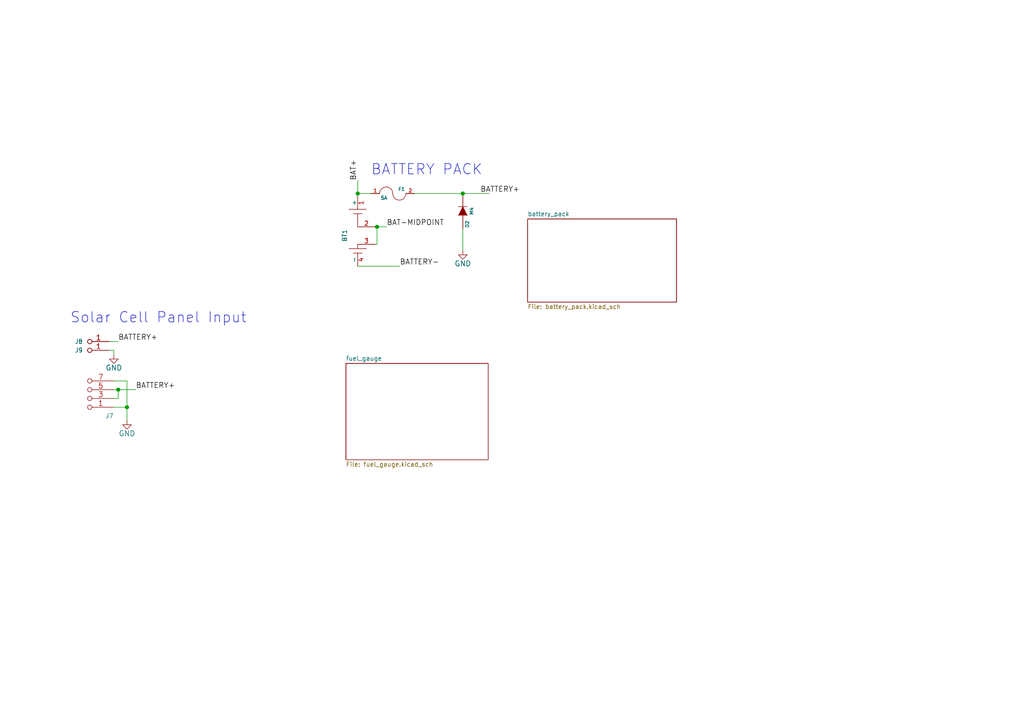
<source format=kicad_sch>
(kicad_sch (version 20211123) (generator eeschema)
  (paper "A4")
  (title_block (title "LION2CELL01D") (date "2021-06-02") (rev "D") (company "jacho <jacho@mlab.cz>") (comment 2 "2-cell Li-ion Battery Managment System"))
  (lib_symbols
    (symbol "LION2CELL01D-rescue:2x18650_LION-RESCUE-LION2CELL01C" (pin_names (offset 0))
      (property "Reference" "BT" (at -3.81 0 90))
      (symbol "2x18650_LION-RESCUE-LION2CELL01C_0_1"
        (rectangle (start 0 -3.81) (end 0 -2.54))
        (rectangle (start 0 6.35) (end 0 2.54))
        (rectangle (start 1.27 -5.08) (end -1.27 -5.08))
        (rectangle (start 1.27 6.35) (end -1.27 6.35))
        (rectangle (start 2.54 -3.81) (end -2.54 -3.81))
        (rectangle (start 2.54 7.62) (end -2.54 7.62))
      )
      (symbol "2x18650_LION-RESCUE-LION2CELL01C_1_1"
        (pin passive line (at 0 11.43 270) (length 3.81) (name "+") (number "1"))
        (pin unspecified line (at 5.08 2.54 180) (length 5.08) (name "~") (number "2"))
        (pin unspecified line (at 5.08 -2.54 180) (length 5.08) (name "~") (number "3"))
        (pin passive line (at 0 -8.89 90) (length 3.81) (name "-") (number "4"))
      )
    )
    (symbol "LION2CELL01D-rescue:CONN1_1" (pin_names (offset 1.016) hide)
      (property "Reference" "J" (at 1.27 1.27 0))
      (property "Value" "CONN1_1" (at 2.54 -1.27 0))
      (symbol "CONN1_1_1_1"
        (pin passive inverted (at -7.62 1.27 0) (length 6.35) (name "P1") (number "1"))
      )
    )
    (symbol "LION2CELL01D-rescue:DIODE" (pin_numbers hide) (pin_names (offset 1.016) hide)
      (property "Reference" "D" (at 0 2.54 0))
      (property "Value" "DIODE" (at 0 -2.54 0))
      (symbol "DIODE_0_1"
        (polyline (pts (xy 1.27 1.27) (xy 1.27 -1.27)) (stroke (width 0.1524)))
        (polyline (pts (xy -1.27 1.27) (xy 1.27 0) (xy -1.27 -1.27)) (fill (type outline)))
      )
      (symbol "DIODE_1_1"
        (pin passive line (at -5.08 0 0) (length 3.81) (name "A") (number "1"))
        (pin passive line (at 5.08 0 180) (length 3.81) (name "K") (number "2"))
      )
    )
    (symbol "LION2CELL01D-rescue:FUSE" (pin_names (offset 0.254))
      (property "Reference" "F" (at 2.54 1.27 0))
      (property "Value" "FUSE" (at -2.54 -1.27 0))
      (symbol "FUSE_0_1"
        (arc (start 0 0) (mid -1.905 1.905) (end -3.81 0))
        (arc (start 0 0) (mid 1.905 -1.905) (end 3.81 0))
      )
      (symbol "FUSE_1_1"
        (pin input line (at -6.35 0 0) (length 2.54) (name "~") (number "1"))
        (pin input line (at 6.35 0 180) (length 2.54) (name "~") (number "2"))
      )
    )
    (symbol "LION2CELL01D-rescue:GND" (power) (pin_names (offset 0))
      (property "Value" "GND" (at 0 -3.81 0))
      (symbol "GND_0_1"
        (polyline (pts (xy 0 0) (xy 0 -1.27) (xy 1.27 -1.27) (xy 0 -2.54) (xy -1.27 -1.27) (xy 0 -1.27)))
      )
      (symbol "GND_1_1"
        (pin power_in line (at 0 0 270) (length 0) hide (name "GND") (number "1"))
      )
    )
    (symbol "LION2CELL01D-rescue:JUMP_4X2" (pin_names (offset 1.016) hide)
      (property "Reference" "J" (at -8.89 6.35 0))
      (property "Value" "JUMP_4X2" (at -1.27 0 90))
      (symbol "JUMP_4X2_1_1"
        (pin passive inverted (at -10.16 3.81 0) (length 7.62) (name "2") (number "1"))
        (pin passive inverted (at -10.16 3.81 0) (length 7.62) hide (name "2") (number "2"))
        (pin passive inverted (at -10.16 1.27 0) (length 7.62) (name "4") (number "3"))
        (pin passive inverted (at -10.16 1.27 0) (length 7.62) hide (name "4") (number "4"))
        (pin passive inverted (at -10.16 -1.27 0) (length 7.62) (name "5") (number "5"))
        (pin passive inverted (at -10.16 -1.27 0) (length 7.62) hide (name "5") (number "6"))
        (pin passive inverted (at -10.16 -3.81 0) (length 7.62) (name "8") (number "7"))
        (pin passive inverted (at -10.16 -3.81 0) (length 7.62) hide (name "8") (number "8"))
      )
    )
  )
  (junction (at 103.759 56.134) (diameter 1.016))
  (junction (at 134.239 56.134) (diameter 1.016))
  (junction (at 36.83 118.11) (diameter 1.016))
  (junction (at 34.29 113.03) (diameter 1.016))
  (junction (at 109.347 65.786) (diameter 1.016))
  (wire (pts (xy 34.29 115.57) (xy 34.29 113.03)))
  (wire (pts (xy 31.75 101.6) (xy 33.02 101.6)))
  (wire (pts (xy 134.239 56.134) (xy 141.859 56.134)))
  (wire (pts (xy 107.569 56.134) (xy 103.759 56.134)))
  (wire (pts (xy 103.759 52.324) (xy 103.759 56.134)))
  (wire (pts (xy 31.75 99.06) (xy 34.29 99.06)))
  (wire (pts (xy 34.29 113.03) (xy 39.37 113.03)))
  (wire (pts (xy 109.347 70.866) (xy 109.347 65.786)))
  (wire (pts (xy 109.347 65.786) (xy 112.141 65.786)))
  (wire (pts (xy 33.02 110.49) (xy 36.83 110.49)))
  (wire (pts (xy 33.02 101.6) (xy 33.02 102.87)))
  (wire (pts (xy 108.839 65.786) (xy 109.347 65.786)))
  (wire (pts (xy 120.269 56.134) (xy 134.239 56.134)))
  (wire (pts (xy 103.759 56.134) (xy 103.759 56.896)))
  (wire (pts (xy 36.83 118.11) (xy 36.83 121.92)))
  (wire (pts (xy 33.02 115.57) (xy 34.29 115.57)))
  (wire (pts (xy 33.02 113.03) (xy 34.29 113.03)))
  (wire (pts (xy 36.83 110.49) (xy 36.83 118.11)))
  (wire (pts (xy 33.02 118.11) (xy 36.83 118.11)))
  (wire (pts (xy 103.759 77.216) (xy 115.951 77.216)))
  (wire (pts (xy 134.239 72.644) (xy 134.239 66.294)))
  (wire (pts (xy 108.839 70.866) (xy 109.347 70.866)))
  (text "BATTERY PACK" (at 107.569 51.054 0) (effects (font (size 2.9972 2.9972)) (justify left bottom)))
  (text "Solar Cell Panel Input" (at 20.32 93.98 0) (effects (font (size 2.9972 2.9972)) (justify left bottom)))
  (label "BATTERY+" (at 34.29 99.06 0) (effects (font (size 1.524 1.524))))
  (label "BATTERY-" (at 115.951 77.216 0) (effects (font (size 1.524 1.524))))
  (label "BAT+" (at 103.759 52.324 90) (effects (font (size 1.524 1.524))))
  (label "BAT-MIDPOINT" (at 112.141 65.786 0) (effects (font (size 1.524 1.524))))
  (label "BATTERY+" (at 139.319 56.134 0) (effects (font (size 1.524 1.524))))
  (label "BATTERY+" (at 39.37 113.03 0) (effects (font (size 1.524 1.524))))
  (symbol (lib_id "LION2CELL01D-rescue:FUSE") (at 113.919 56.134 0) (unit 1)
    (property "Reference" "F1" (at 116.459 54.864 0) (effects (font (size 1.016 1.016))))
    (property "Value" "5A" (at 111.379 57.404 0) (effects (font (size 1.016 1.016))))
    (property "Footprint" "Mlab_F:Drzak_2410" (effects hide))
  )
  (symbol (lib_id "LION2CELL01D-rescue:DIODE") (at 134.239 61.214 90) (unit 1)
    (property "Reference" "D2" (at 135.509 65.024 0) (effects (font (size 1.016 1.016))))
    (property "Value" "M4" (at 136.779 61.214 0) (effects (font (size 1.016 1.016))))
    (property "Footprint" "Mlab_D:SMA_Standard" (effects hide))
  )
  (symbol (lib_id "LION2CELL01D-rescue:GND") (at 134.239 72.644 0) (unit 1)
    (property "Reference" "#PWR016" (effects hide))
    (property "Value" "GND" (at 134.239 76.454 0) (effects (font (size 1.524 1.524))))
  )
  (symbol (lib_id "LION2CELL01D-rescue:JUMP_4X2") (at 22.86 114.3 180) (unit 1)
    (property "Reference" "J7" (at 31.75 120.65 0))
    (property "Value" "JUMP_4X2" (effects hide))
    (property "Footprint" "Mlab_Pin_Headers:Straight_2x04" (effects hide))
  )
  (symbol (lib_id "LION2CELL01D-rescue:CONN1_1") (at 24.13 97.79 180) (unit 1)
    (property "Reference" "J8" (at 22.86 99.06 0))
    (property "Value" "CONN1_1" (effects hide))
    (property "Footprint" "Mlab_Con:WAGO256" (effects hide))
  )
  (symbol (lib_id "LION2CELL01D-rescue:CONN1_1") (at 24.13 100.33 180) (unit 1)
    (property "Reference" "J9" (at 22.86 101.6 0))
    (property "Value" "CONN1_1" (effects hide))
    (property "Footprint" "Mlab_Con:WAGO256" (effects hide))
  )
  (symbol (lib_id "LION2CELL01D-rescue:GND") (at 36.83 121.92 0) (unit 1)
    (property "Reference" "#PWR032" (effects hide))
    (property "Value" "GND" (at 36.83 125.73 0) (effects (font (size 1.524 1.524))))
  )
  (symbol (lib_id "LION2CELL01D-rescue:GND") (at 33.02 102.87 0) (unit 1)
    (property "Reference" "#PWR033" (effects hide))
    (property "Value" "GND" (at 33.02 106.68 0) (effects (font (size 1.524 1.524))))
  )
  (symbol (lib_id "LION2CELL01D-rescue:2x18650_LION-RESCUE-LION2CELL01C") (at 103.759 68.326 0) (unit 1)
    (property "Reference" "BT1" (at 99.949 68.326 90))
    (property "Value" "2x18650_LION-RESCUE-LION2CELL01C" (effects hide))
    (property "Footprint" "Mlab_Batery:2LION" (effects hide))
  )
  (sheet (at 153.035 63.5) (size 43.18 24.13) (stroke (width 0.1524))
    (property "Sheet name" "battery_pack" (at 153.035 62.7884 0) (effects (justify left bottom)))
    (property "Sheet file" "battery_pack.kicad_sch" (at 153.035 88.2146 0) (effects (justify left top)))
  )
  (sheet (at 100.33 105.41) (size 41.275 27.94) (stroke (width 0.1524))
    (property "Sheet name" "fuel_gauge" (at 100.33 104.6984 0) (effects (justify left bottom)))
    (property "Sheet file" "fuel_gauge.kicad_sch" (at 100.33 133.9346 0) (effects (justify left top)))
  )
)
</source>
